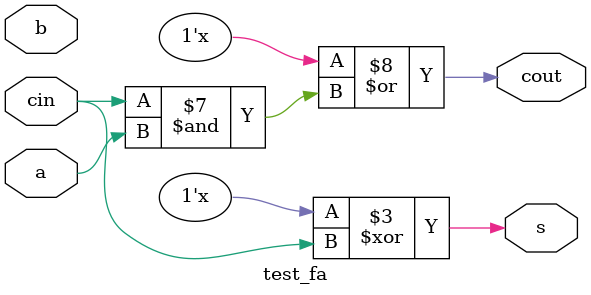
<source format=v>
module test_fa
(input a,b,cin,
output reg s,cout);

reg t1,t2;

always @(a,b,cin,t1,t2)
begin
	t1 <= a^b;
	s <= t1^cin;
	t2 <= (a&b)|(b&cin);
	cout <= t2|(cin&a);
end

endmodule

</source>
